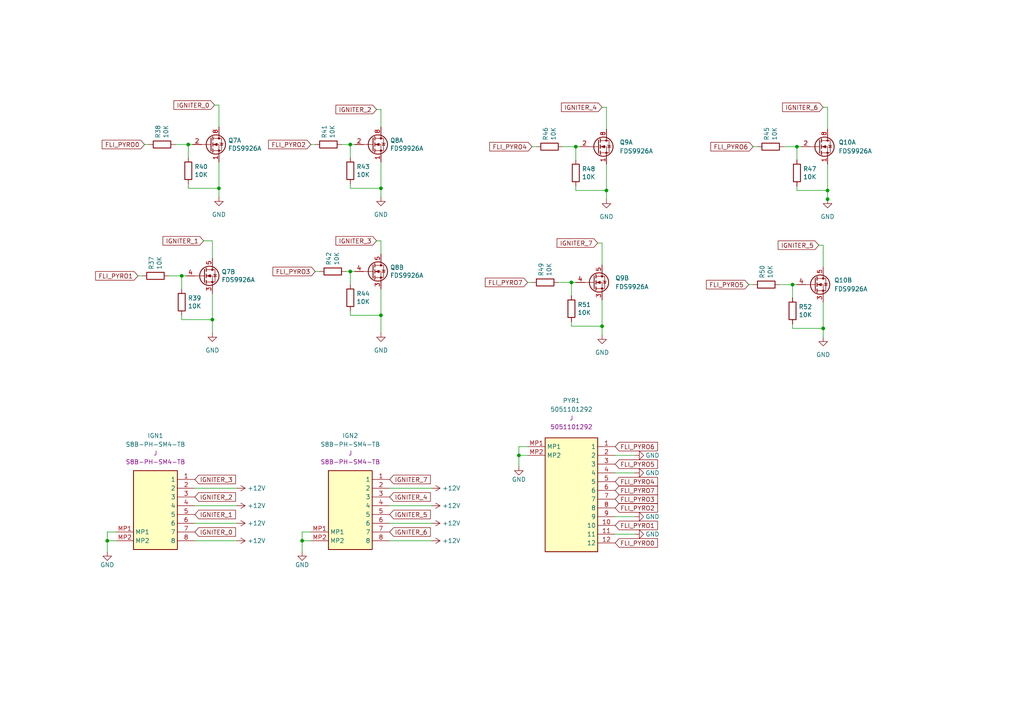
<source format=kicad_sch>
(kicad_sch (version 20211123) (generator eeschema)
  (paper "A4")
  (lib_symbols
    (symbol "5051101292:5051101292"
      (property "Value" "5051101292" (at 0 0 0))
      (property "Reference_1" "J" (at 21.59 7.62 0))
      (property "Value_1" "5051101292" (at 21.59 5.08 0))
      (symbol "5051101292_1_1"
        (rectangle (start 5.08 2.54) (end 20.32 -30.48) (stroke (width 0.254)) (fill (type background)))
        (pin passive line (at 25.4 0 180) (length 5.08) (name "1") (number "1"))
        (pin passive line (at 25.4 -22.86 180) (length 5.08) (name "10") (number "10"))
        (pin passive line (at 25.4 -25.4 180) (length 5.08) (name "11") (number "11"))
        (pin passive line (at 25.4 -27.94 180) (length 5.08) (name "12") (number "12"))
        (pin passive line (at 25.4 -2.54 180) (length 5.08) (name "2") (number "2"))
        (pin passive line (at 25.4 -5.08 180) (length 5.08) (name "3") (number "3"))
        (pin passive line (at 25.4 -7.62 180) (length 5.08) (name "4") (number "4"))
        (pin passive line (at 25.4 -10.16 180) (length 5.08) (name "5") (number "5"))
        (pin passive line (at 25.4 -12.7 180) (length 5.08) (name "6") (number "6"))
        (pin passive line (at 25.4 -15.24 180) (length 5.08) (name "7") (number "7"))
        (pin passive line (at 25.4 -17.78 180) (length 5.08) (name "8") (number "8"))
        (pin passive line (at 25.4 -20.32 180) (length 5.08) (name "9") (number "9"))
        (pin passive line (at 0 0 0) (length 5.08) (name "MP1") (number "MP1"))
        (pin passive line (at 0 -2.54 0) (length 5.08) (name "MP2") (number "MP2"))
      )
    )
    (symbol "Device:R" (pin_numbers hide) (pin_names (offset 0))
      (property "Reference" "R" (at 2.032 0 90))
      (property "Value" "R" (at 0 0 90))
      (symbol "R_0_1"
        (rectangle (start -1.016 -2.54) (end 1.016 2.54) (stroke (width 0.254)))
      )
      (symbol "R_1_1"
        (pin passive line (at 0 3.81 270) (length 1.27) (name "~") (number "1"))
        (pin passive line (at 0 -3.81 90) (length 1.27) (name "~") (number "2"))
      )
    )
    (symbol "S8B-PH-SM4-TB:S8B-PH-SM4-TB"
      (property "Value" "S8B-PH-SM4-TB" (at 0 0 0))
      (property "Reference_1" "J" (at 19.05 7.62 0))
      (property "Value_1" "S8B-PH-SM4-TB" (at 19.05 5.08 0))
      (symbol "S8B-PH-SM4-TB_1_1"
        (rectangle (start 5.08 2.54) (end 17.78 -20.32) (stroke (width 0.254)) (fill (type background)))
        (pin passive line (at 0 -17.78 0) (length 5.08) (name "1") (number "1"))
        (pin passive line (at 0 -15.24 0) (length 5.08) (name "2") (number "2"))
        (pin passive line (at 0 -12.7 0) (length 5.08) (name "3") (number "3"))
        (pin passive line (at 0 -10.16 0) (length 5.08) (name "4") (number "4"))
        (pin passive line (at 0 -7.62 0) (length 5.08) (name "5") (number "5"))
        (pin passive line (at 0 -5.08 0) (length 5.08) (name "6") (number "6"))
        (pin passive line (at 0 -2.54 0) (length 5.08) (name "7") (number "7"))
        (pin passive line (at 0 0 0) (length 5.08) (name "8") (number "8"))
        (pin passive line (at 22.86 -2.54 180) (length 5.08) (name "MP1") (number "MP1"))
        (pin passive line (at 22.86 0 180) (length 5.08) (name "MP2") (number "MP2"))
      )
    )
    (symbol "Transistor_FET:FDS9926A" (pin_names hide)
      (property "Reference" "Q" (at 5.08 1.905 0))
      (property "Value" "FDS9926A" (at 5.08 0 0))
      (symbol "FDS9926A_0_1"
        (polyline (pts (xy 0.254 0) (xy -2.54 0)))
        (polyline (pts (xy 0.254 1.905) (xy 0.254 -1.905)) (stroke (width 0.254)))
        (polyline (pts (xy 0.762 -1.27) (xy 0.762 -2.286)) (stroke (width 0.254)))
        (polyline (pts (xy 0.762 0.508) (xy 0.762 -0.508)) (stroke (width 0.254)))
        (polyline (pts (xy 0.762 2.286) (xy 0.762 1.27)) (stroke (width 0.254)))
        (polyline (pts (xy 2.54 2.54) (xy 2.54 1.778)))
        (polyline (pts (xy 2.54 -2.54) (xy 2.54 0) (xy 0.762 0)))
        (polyline (pts (xy 0.762 -1.778) (xy 3.302 -1.778) (xy 3.302 1.778) (xy 0.762 1.778)))
        (polyline (pts (xy 1.016 0) (xy 2.032 0.381) (xy 2.032 -0.381) (xy 1.016 0)) (fill (type outline)))
        (polyline (pts (xy 2.794 0.508) (xy 2.921 0.381) (xy 3.683 0.381) (xy 3.81 0.254)))
        (polyline (pts (xy 3.302 0.381) (xy 2.921 -0.254) (xy 3.683 -0.254) (xy 3.302 0.381)))
        (circle (center 1.651 0) (radius 2.794) (stroke (width 0.254)))
        (circle (center 2.54 -1.778) (radius 0.254) (fill (type outline)))
        (circle (center 2.54 1.778) (radius 0.254) (fill (type outline)))
      )
      (symbol "FDS9926A_1_1"
        (pin passive line (at 2.54 -5.08 90) (length 2.54) (name "S1") (number "1"))
        (pin passive line (at -5.08 0 0) (length 2.54) (name "G1") (number "2"))
        (pin passive line (at 2.54 5.08 270) (length 2.54) hide (name "D1") (number "7"))
        (pin passive line (at 2.54 5.08 270) (length 2.54) (name "D1") (number "8"))
      )
      (symbol "FDS9926A_2_1"
        (pin passive line (at 2.54 -5.08 90) (length 2.54) (name "S2") (number "3"))
        (pin passive line (at -5.08 0 0) (length 2.54) (name "G2") (number "4"))
        (pin passive line (at 2.54 5.08 270) (length 2.54) (name "D2") (number "5"))
        (pin passive line (at 2.54 5.08 270) (length 2.54) hide (name "D2") (number "6"))
      )
    )
    (symbol "power:+12V" (power) (pin_names (offset 0))
      (property "Value" "+12V" (at 0 3.556 0))
      (symbol "+12V_0_1"
        (polyline (pts (xy -0.762 1.27) (xy 0 2.54)))
        (polyline (pts (xy 0 0) (xy 0 2.54)))
        (polyline (pts (xy 0 2.54) (xy 0.762 1.27)))
      )
      (symbol "+12V_1_1"
        (pin power_in line (at 0 0 90) (length 0) hide (name "+12V") (number "1"))
      )
    )
    (symbol "power:GND" (power) (pin_names (offset 0))
      (property "Value" "GND" (at 0 -3.81 0))
      (symbol "GND_0_1"
        (polyline (pts (xy 0 0) (xy 0 -1.27) (xy 1.27 -1.27) (xy 0 -2.54) (xy -1.27 -1.27) (xy 0 -1.27)))
      )
      (symbol "GND_1_1"
        (pin power_in line (at 0 0 270) (length 0) hide (name "GND") (number "1"))
      )
    )
  )
  (junction (at 240.03 55.245))
  (junction (at 229.87 82.55))
  (junction (at 52.705 80.01))
  (junction (at 101.6 41.91))
  (junction (at 174.625 94.615))
  (junction (at 238.76 95.25))
  (junction (at 31.115 156.845))
  (junction (at 110.49 54.61))
  (junction (at 87.63 156.845))
  (junction (at 54.61 41.91))
  (junction (at 175.895 55.245))
  (junction (at 167.005 42.545))
  (junction (at 150.495 132.08))
  (junction (at 165.735 81.915))
  (junction (at 110.49 91.44))
  (junction (at 61.595 92.71))
  (junction (at 231.14 42.545))
  (junction (at 240.03 57.7739))
  (junction (at 63.5 54.61))
  (junction (at 101.6 78.74))
  (wire (pts (xy 63.5 54.61) (xy 63.5 57.15)))
  (wire (pts (xy 110.49 54.61) (xy 110.49 46.99)))
  (wire (pts (xy 90.17 154.305) (xy 87.63 154.305)))
  (wire (pts (xy 109.22 69.85) (xy 110.49 69.85)))
  (wire (pts (xy 56.515 141.605) (xy 68.58 141.605)))
  (wire (pts (xy 101.6 53.34) (xy 101.6 54.61)))
  (wire (pts (xy 101.6 78.74) (xy 102.87 78.74)))
  (wire (pts (xy 56.515 156.845) (xy 68.58 156.845)))
  (wire (pts (xy 62.23 30.48) (xy 63.5 30.48)))
  (wire (pts (xy 229.87 93.98) (xy 229.87 95.25)))
  (wire (pts (xy 238.76 71.12) (xy 238.76 77.47)))
  (wire (pts (xy 238.76 31.115) (xy 240.03 31.115)))
  (wire (pts (xy 63.5 46.99) (xy 63.5 54.61)))
  (wire (pts (xy 40.005 80.01) (xy 41.275 80.01)))
  (wire (pts (xy 150.495 129.54) (xy 150.495 132.08)))
  (wire (pts (xy 61.595 69.85) (xy 61.595 74.93)))
  (wire (pts (xy 54.61 54.61) (xy 63.5 54.61)))
  (wire (pts (xy 56.515 151.765) (xy 68.58 151.765)))
  (wire (pts (xy 237.49 71.12) (xy 238.76 71.12)))
  (wire (pts (xy 226.06 82.55) (xy 229.87 82.55)))
  (wire (pts (xy 101.6 54.61) (xy 110.49 54.61)))
  (wire (pts (xy 240.03 57.7739) (xy 240.03 57.785)))
  (wire (pts (xy 48.895 80.01) (xy 52.705 80.01)))
  (wire (pts (xy 41.91 41.91) (xy 43.18 41.91)))
  (wire (pts (xy 52.705 92.71) (xy 61.595 92.71)))
  (wire (pts (xy 178.435 149.86) (xy 184.15 149.86)))
  (wire (pts (xy 167.005 42.545) (xy 167.005 46.355)))
  (wire (pts (xy 174.625 94.615) (xy 174.625 97.155)))
  (wire (pts (xy 101.6 78.74) (xy 101.6 82.55)))
  (wire (pts (xy 91.44 78.74) (xy 92.71 78.74)))
  (wire (pts (xy 52.705 80.01) (xy 53.975 80.01)))
  (wire (pts (xy 109.22 31.75) (xy 110.49 31.75)))
  (wire (pts (xy 173.355 70.485) (xy 174.625 70.485)))
  (wire (pts (xy 229.87 82.55) (xy 231.14 82.55)))
  (wire (pts (xy 56.515 146.685) (xy 68.58 146.685)))
  (wire (pts (xy 54.61 41.91) (xy 55.88 41.91)))
  (wire (pts (xy 110.49 69.85) (xy 110.49 73.66)))
  (wire (pts (xy 231.14 42.545) (xy 232.41 42.545)))
  (wire (pts (xy 238.76 87.63) (xy 238.76 95.25)))
  (wire (pts (xy 167.005 55.245) (xy 175.895 55.245)))
  (wire (pts (xy 175.895 55.245) (xy 175.895 57.785)))
  (wire (pts (xy 167.005 53.975) (xy 167.005 55.245)))
  (wire (pts (xy 87.63 154.305) (xy 87.63 156.845)))
  (wire (pts (xy 218.44 42.545) (xy 219.71 42.545)))
  (wire (pts (xy 165.735 81.915) (xy 167.005 81.915)))
  (wire (pts (xy 59.055 69.85) (xy 61.595 69.85)))
  (wire (pts (xy 31.115 154.305) (xy 31.115 156.845)))
  (wire (pts (xy 113.03 156.845) (xy 125.095 156.845)))
  (wire (pts (xy 153.035 132.08) (xy 150.495 132.08)))
  (wire (pts (xy 113.03 141.605) (xy 125.095 141.605)))
  (wire (pts (xy 101.6 41.91) (xy 102.87 41.91)))
  (wire (pts (xy 153.035 129.54) (xy 150.495 129.54)))
  (wire (pts (xy 231.14 42.545) (xy 231.14 46.355)))
  (wire (pts (xy 154.305 42.545) (xy 155.575 42.545)))
  (wire (pts (xy 33.655 156.845) (xy 31.115 156.845)))
  (wire (pts (xy 113.03 151.765) (xy 125.095 151.765)))
  (wire (pts (xy 231.14 55.245) (xy 240.03 55.245)))
  (wire (pts (xy 87.63 156.845) (xy 87.63 160.02)))
  (wire (pts (xy 61.595 92.71) (xy 61.595 96.52)))
  (wire (pts (xy 90.17 156.845) (xy 87.63 156.845)))
  (wire (pts (xy 238.76 95.25) (xy 238.76 97.79)))
  (wire (pts (xy 178.435 132.08) (xy 184.15 132.08)))
  (wire (pts (xy 52.705 91.44) (xy 52.705 92.71)))
  (wire (pts (xy 33.655 154.305) (xy 31.115 154.305)))
  (wire (pts (xy 178.435 137.16) (xy 184.15 137.16)))
  (wire (pts (xy 99.06 41.91) (xy 101.6 41.91)))
  (wire (pts (xy 231.14 53.975) (xy 231.14 55.245)))
  (wire (pts (xy 63.5 30.48) (xy 63.5 36.83)))
  (wire (pts (xy 174.625 70.485) (xy 174.625 76.835)))
  (wire (pts (xy 165.735 93.345) (xy 165.735 94.615)))
  (wire (pts (xy 61.595 85.09) (xy 61.595 92.71)))
  (wire (pts (xy 52.705 80.01) (xy 52.705 83.82)))
  (wire (pts (xy 50.8 41.91) (xy 54.61 41.91)))
  (wire (pts (xy 229.87 82.55) (xy 229.87 86.36)))
  (wire (pts (xy 174.625 31.115) (xy 175.895 31.115)))
  (wire (pts (xy 110.49 91.44) (xy 110.49 83.82)))
  (wire (pts (xy 217.17 82.55) (xy 218.44 82.55)))
  (wire (pts (xy 165.735 94.615) (xy 174.625 94.615)))
  (wire (pts (xy 227.33 42.545) (xy 231.14 42.545)))
  (wire (pts (xy 240.03 31.115) (xy 240.03 37.465)))
  (wire (pts (xy 167.005 42.545) (xy 168.275 42.545)))
  (wire (pts (xy 31.115 156.845) (xy 31.115 160.02)))
  (wire (pts (xy 175.895 31.115) (xy 175.895 37.465)))
  (wire (pts (xy 153.035 81.915) (xy 154.305 81.915)))
  (wire (pts (xy 110.49 91.44) (xy 110.49 96.52)))
  (wire (pts (xy 175.895 47.625) (xy 175.895 55.245)))
  (wire (pts (xy 113.03 146.685) (xy 125.095 146.685)))
  (wire (pts (xy 240.03 47.625) (xy 240.03 55.245)))
  (wire (pts (xy 178.435 154.94) (xy 184.15 154.94)))
  (wire (pts (xy 229.87 95.25) (xy 238.76 95.25)))
  (wire (pts (xy 240.03 55.245) (xy 240.03 57.7739)))
  (wire (pts (xy 110.49 54.61) (xy 110.49 57.15)))
  (wire (pts (xy 150.495 132.08) (xy 150.495 135.255)))
  (wire (pts (xy 174.625 86.995) (xy 174.625 94.615)))
  (wire (pts (xy 54.61 41.91) (xy 54.61 45.72)))
  (wire (pts (xy 90.17 41.91) (xy 91.44 41.91)))
  (wire (pts (xy 165.735 81.915) (xy 165.735 85.725)))
  (wire (pts (xy 163.195 42.545) (xy 167.005 42.545)))
  (wire (pts (xy 101.6 91.44) (xy 110.49 91.44)))
  (wire (pts (xy 100.33 78.74) (xy 101.6 78.74)))
  (wire (pts (xy 161.925 81.915) (xy 165.735 81.915)))
  (wire (pts (xy 54.61 53.34) (xy 54.61 54.61)))
  (wire (pts (xy 110.49 31.75) (xy 110.49 36.83)))
  (wire (pts (xy 101.6 41.91) (xy 101.6 45.72)))
  (wire (pts (xy 101.6 90.17) (xy 101.6 91.44)))
  (global_label "IGNITER_1" (shape input) (at 59.055 69.85 180) (property "Intersheet References" "${INTERSHEET_REFS}" (effects hide)))
  (global_label "FLI_PYRO1" (shape input) (at 40.005 80.01 180) (property "Intersheet References" "${INTERSHEET_REFS}" (effects hide)))
  (global_label "IGNITER_0" (shape input) (at 56.515 154.305 0) (property "Intersheet References" "${INTERSHEET_REFS}" (effects hide)))
  (global_label "FLI_PYRO3" (shape input) (at 91.44 78.74 180) (property "Intersheet References" "${INTERSHEET_REFS}" (effects hide)))
  (global_label "IGNITER_7" (shape input) (at 113.03 139.065 0) (property "Intersheet References" "${INTERSHEET_REFS}" (effects hide)))
  (global_label "FLI_PYRO3" (shape input) (at 178.435 144.78 0) (property "Intersheet References" "${INTERSHEET_REFS}" (effects hide)))
  (global_label "FLI_PYRO7" (shape input) (at 178.435 142.24 0) (property "Intersheet References" "${INTERSHEET_REFS}" (effects hide)))
  (global_label "IGNITER_0" (shape input) (at 62.23 30.48 180) (property "Intersheet References" "${INTERSHEET_REFS}" (effects hide)))
  (global_label "IGNITER_1" (shape input) (at 56.515 149.225 0) (property "Intersheet References" "${INTERSHEET_REFS}" (effects hide)))
  (global_label "FLI_PYRO5" (shape input) (at 217.17 82.55 180) (property "Intersheet References" "${INTERSHEET_REFS}" (effects hide)))
  (global_label "IGNITER_6" (shape input) (at 238.76 31.115 180) (property "Intersheet References" "${INTERSHEET_REFS}" (effects hide)))
  (global_label "IGNITER_4" (shape input) (at 113.03 144.145 0) (property "Intersheet References" "${INTERSHEET_REFS}" (effects hide)))
  (global_label "FLI_PYRO4" (shape input) (at 178.435 139.7 0) (property "Intersheet References" "${INTERSHEET_REFS}" (effects hide)))
  (global_label "IGNITER_7" (shape input) (at 173.355 70.485 180) (property "Intersheet References" "${INTERSHEET_REFS}" (effects hide)))
  (global_label "FLI_PYRO6" (shape input) (at 218.44 42.545 180) (property "Intersheet References" "${INTERSHEET_REFS}" (effects hide)))
  (global_label "IGNITER_6" (shape input) (at 113.03 154.305 0) (property "Intersheet References" "${INTERSHEET_REFS}" (effects hide)))
  (global_label "IGNITER_2" (shape input) (at 56.515 144.145 0) (property "Intersheet References" "${INTERSHEET_REFS}" (effects hide)))
  (global_label "IGNITER_5" (shape input) (at 237.49 71.12 180) (property "Intersheet References" "${INTERSHEET_REFS}" (effects hide)))
  (global_label "IGNITER_4" (shape input) (at 174.625 31.115 180) (property "Intersheet References" "${INTERSHEET_REFS}" (effects hide)))
  (global_label "IGNITER_3" (shape input) (at 109.22 69.85 180) (property "Intersheet References" "${INTERSHEET_REFS}" (effects hide)))
  (global_label "FLI_PYRO2" (shape input) (at 90.17 41.91 180) (property "Intersheet References" "${INTERSHEET_REFS}" (effects hide)))
  (global_label "FLI_PYRO6" (shape input) (at 178.435 129.54 0) (property "Intersheet References" "${INTERSHEET_REFS}" (effects hide)))
  (global_label "IGNITER_3" (shape input) (at 56.515 139.065 0) (property "Intersheet References" "${INTERSHEET_REFS}" (effects hide)))
  (global_label "IGNITER_2" (shape input) (at 109.22 31.75 180) (property "Intersheet References" "${INTERSHEET_REFS}" (effects hide)))
  (global_label "FLI_PYRO0" (shape input) (at 178.435 157.48 0) (property "Intersheet References" "${INTERSHEET_REFS}" (effects hide)))
  (global_label "FLI_PYRO5" (shape input) (at 178.435 134.62 0) (property "Intersheet References" "${INTERSHEET_REFS}" (effects hide)))
  (global_label "FLI_PYRO7" (shape input) (at 153.035 81.915 180) (property "Intersheet References" "${INTERSHEET_REFS}" (effects hide)))
  (global_label "FLI_PYRO1" (shape input) (at 178.435 152.4 0) (property "Intersheet References" "${INTERSHEET_REFS}" (effects hide)))
  (global_label "FLI_PYRO0" (shape input) (at 41.91 41.91 180) (property "Intersheet References" "${INTERSHEET_REFS}" (effects hide)))
  (global_label "FLI_PYRO2" (shape input) (at 178.435 147.32 0) (property "Intersheet References" "${INTERSHEET_REFS}" (effects hide)))
  (global_label "FLI_PYRO4" (shape input) (at 154.305 42.545 180) (property "Intersheet References" "${INTERSHEET_REFS}" (effects hide)))
  (global_label "IGNITER_5" (shape input) (at 113.03 149.225 0) (property "Intersheet References" "${INTERSHEET_REFS}" (effects hide)))
  (symbol (lib_id "power:GND") (at 61.595 96.52 0) (unit 1)
    (property "Reference" "#PWR079" (effects hide))
    (property "Value" "GND" (at 61.595 101.6 0))
  )
  (symbol (lib_id "5051101292:5051101292") (at 153.035 129.54 0) (unit 1)
    (property "Reference" "PYR1" (at 165.735 116.205 0))
    (property "Value" "5051101292" (at 165.735 118.745 0))
    (property "Footprint" "FFC_12P_Connector:5051101292" (effects hide))
    (property "Reference_1" "J" (at 165.735 121.285 0))
    (property "Value_1" "5051101292" (at 165.735 123.825 0))
    (property "Footprint_1" "5051101292" (effects hide))
    (property "Datasheet_1" "https://www.molex.com/pdm_docs/sd/5051101292_sd.pdf" (effects hide))
    (property "Height" "2.1" (effects hide))
    (property "Manufacturer_Name" "Molex" (effects hide))
    (property "Manufacturer_Part_Number" "5051101292" (effects hide))
    (property "Arrow Part Number" "5051101292" (effects hide))
    (property "Arrow Price/Stock" "https://www.arrow.com/en/products/505110-1292/molex?region=nac" (effects hide))
  )
  (symbol (lib_id "power:GND") (at 184.15 149.86 90) (unit 1)
    (property "Reference" "#PWR077" (effects hide))
    (property "Value" "GND" (at 189.23 149.86 90))
  )
  (symbol (lib_id "power:GND") (at 110.49 96.52 0) (unit 1)
    (property "Reference" "#PWR082" (effects hide))
    (property "Value" "GND" (at 110.49 101.6 0))
  )
  (symbol (lib_id "S8B-PH-SM4-TB:S8B-PH-SM4-TB") (at 56.515 156.845 180) (unit 1)
    (property "Reference" "IGN1" (at 45.085 126.365 0))
    (property "Value" "S8B-PH-SM4-TB" (at 45.085 128.905 0))
    (property "Footprint" "JST_S8B-PH-SM4-TB:S8BPHSM4TB" (effects hide))
    (property "Reference_1" "J" (at 45.085 131.445 0))
    (property "Value_1" "S8B-PH-SM4-TB" (at 45.085 133.985 0))
    (property "Footprint_1" "S8BPHSM4TB" (effects hide))
    (property "Height" "5.5" (effects hide))
    (property "Manufacturer_Name" "JST (JAPAN SOLDERLESS TERMINALS)" (effects hide))
    (property "Manufacturer_Part_Number" "S8B-PH-SM4-TB" (effects hide))
  )
  (symbol (lib_id "power:GND") (at 184.15 137.16 90) (unit 1)
    (property "Reference" "#PWR076" (effects hide))
    (property "Value" "GND" (at 189.23 137.16 90))
  )
  (symbol (lib_id "power:+12V") (at 125.095 151.765 270) (unit 1)
    (property "Reference" "#PWR0107" (effects hide))
    (property "Value" "+12V" (at 128.27 151.7649 90) (effects (justify left)))
  )
  (symbol (lib_id "Device:R") (at 95.25 41.91 90) (unit 1)
    (property "Reference" "R41" (at 94.0816 40.132 0) (effects (justify left)))
    (property "Value" "10K" (at 96.393 40.132 0) (effects (justify left)))
    (property "Footprint" "Resistor_SMD:R_0402_1005Metric" (effects hide))
  )
  (symbol (lib_id "Transistor_FET:FDS9926A") (at 60.96 41.91 0) (unit 1)
    (property "Reference" "Q7" (at 66.1416 40.7416 0) (effects (justify left)))
    (property "Value" "FDS9926A" (at 66.1416 43.053 0) (effects (justify left)))
    (property "Footprint" "Package_SO:SOIC-8_3.9x4.9mm_P1.27mm" (effects hide))
    (property "Datasheet" "https://www.onsemi.com/pub/Collateral/FDS9926A-D.pdf" (effects hide))
  )
  (symbol (lib_id "power:+12V") (at 125.095 156.845 270) (unit 1)
    (property "Reference" "#PWR089" (effects hide))
    (property "Value" "+12V" (at 128.27 156.8449 90) (effects (justify left)))
  )
  (symbol (lib_id "Transistor_FET:FDS9926A") (at 59.055 80.01 0) (unit 2)
    (property "Reference" "Q7" (at 64.2366 78.8416 0) (effects (justify left)))
    (property "Value" "FDS9926A" (at 64.2366 81.153 0) (effects (justify left)))
    (property "Footprint" "Package_SO:SOIC-8_3.9x4.9mm_P1.27mm" (effects hide))
    (property "Datasheet" "https://www.onsemi.com/pub/Collateral/FDS9926A-D.pdf" (effects hide))
  )
  (symbol (lib_id "power:+12V") (at 125.095 141.605 270) (unit 1)
    (property "Reference" "#PWR0102" (effects hide))
    (property "Value" "+12V" (at 128.27 141.6049 90) (effects (justify left)))
  )
  (symbol (lib_id "power:GND") (at 238.76 97.79 0) (unit 1)
    (property "Reference" "#PWR086" (effects hide))
    (property "Value" "GND" (at 238.76 102.87 0))
  )
  (symbol (lib_id "Transistor_FET:FDS9926A") (at 237.49 42.545 0) (unit 1)
    (property "Reference" "Q10" (at 243.205 41.2749 0) (effects (justify left)))
    (property "Value" "FDS9926A" (at 243.205 43.8149 0) (effects (justify left)))
    (property "Footprint" "Package_SO:SOIC-8_3.9x4.9mm_P1.27mm" (effects hide))
    (property "Datasheet" "https://www.onsemi.com/pub/Collateral/FDS9926A-D.pdf" (effects hide))
  )
  (symbol (lib_id "Device:R") (at 159.385 42.545 90) (unit 1)
    (property "Reference" "R46" (at 158.2166 40.767 0) (effects (justify left)))
    (property "Value" "10K" (at 160.528 40.767 0) (effects (justify left)))
    (property "Footprint" "Resistor_SMD:R_0402_1005Metric" (effects hide))
  )
  (symbol (lib_id "power:GND") (at 150.495 135.255 0) (unit 1)
    (property "Reference" "#PWR074" (effects hide))
    (property "Value" "GND" (at 150.495 139.065 0))
  )
  (symbol (lib_id "Transistor_FET:FDS9926A") (at 107.95 41.91 0) (unit 1)
    (property "Reference" "Q8" (at 113.1316 40.7416 0) (effects (justify left)))
    (property "Value" "FDS9926A" (at 113.1316 43.053 0) (effects (justify left)))
    (property "Footprint" "Package_SO:SOIC-8_3.9x4.9mm_P1.27mm" (effects hide))
    (property "Datasheet" "https://www.onsemi.com/pub/Collateral/FDS9926A-D.pdf" (effects hide))
  )
  (symbol (lib_id "power:GND") (at 110.49 57.15 0) (unit 1)
    (property "Reference" "#PWR081" (effects hide))
    (property "Value" "GND" (at 110.49 62.23 0))
  )
  (symbol (lib_id "Device:R") (at 101.6 86.36 0) (unit 1)
    (property "Reference" "R44" (at 103.378 85.1916 0) (effects (justify left)))
    (property "Value" "10K" (at 103.378 87.503 0) (effects (justify left)))
    (property "Footprint" "Resistor_SMD:R_0402_1005Metric" (effects hide))
  )
  (symbol (lib_id "Device:R") (at 231.14 50.165 0) (unit 1)
    (property "Reference" "R47" (at 232.918 48.9966 0) (effects (justify left)))
    (property "Value" "10K" (at 232.918 51.308 0) (effects (justify left)))
    (property "Footprint" "Resistor_SMD:R_0402_1005Metric" (effects hide))
  )
  (symbol (lib_id "Device:R") (at 223.52 42.545 90) (unit 1)
    (property "Reference" "R45" (at 222.3516 40.767 0) (effects (justify left)))
    (property "Value" "10K" (at 224.663 40.767 0) (effects (justify left)))
    (property "Footprint" "Resistor_SMD:R_0402_1005Metric" (effects hide))
  )
  (symbol (lib_id "Transistor_FET:FDS9926A") (at 172.085 81.915 0) (unit 2)
    (property "Reference" "Q9" (at 178.435 80.6449 0) (effects (justify left)))
    (property "Value" "FDS9926A" (at 178.435 83.1849 0) (effects (justify left)))
    (property "Footprint" "Package_SO:SOIC-8_3.9x4.9mm_P1.27mm" (effects hide))
    (property "Datasheet" "https://www.onsemi.com/pub/Collateral/FDS9926A-D.pdf" (effects hide))
  )
  (symbol (lib_id "Device:R") (at 222.25 82.55 90) (unit 1)
    (property "Reference" "R50" (at 221.0816 80.772 0) (effects (justify left)))
    (property "Value" "10K" (at 223.393 80.772 0) (effects (justify left)))
    (property "Footprint" "Resistor_SMD:R_0402_1005Metric" (effects hide))
  )
  (symbol (lib_id "power:+12V") (at 68.58 151.765 270) (unit 1)
    (property "Reference" "#PWR0104" (effects hide))
    (property "Value" "+12V" (at 71.755 151.7649 90) (effects (justify left)))
  )
  (symbol (lib_id "power:GND") (at 184.15 154.94 90) (unit 1)
    (property "Reference" "#PWR078" (effects hide))
    (property "Value" "GND" (at 189.23 154.94 90))
  )
  (symbol (lib_id "Transistor_FET:FDS9926A") (at 236.22 82.55 0) (unit 2)
    (property "Reference" "Q10" (at 241.935 81.2799 0) (effects (justify left)))
    (property "Value" "FDS9926A" (at 241.935 83.8199 0) (effects (justify left)))
    (property "Footprint" "Package_SO:SOIC-8_3.9x4.9mm_P1.27mm" (effects hide))
    (property "Datasheet" "https://www.onsemi.com/pub/Collateral/FDS9926A-D.pdf" (effects hide))
  )
  (symbol (lib_id "power:+12V") (at 125.095 146.685 270) (unit 1)
    (property "Reference" "#PWR0101" (effects hide))
    (property "Value" "+12V" (at 128.27 146.6849 90) (effects (justify left)))
  )
  (symbol (lib_id "Device:R") (at 54.61 49.53 0) (unit 1)
    (property "Reference" "R40" (at 56.388 48.3616 0) (effects (justify left)))
    (property "Value" "10K" (at 56.388 50.673 0) (effects (justify left)))
    (property "Footprint" "Resistor_SMD:R_0402_1005Metric" (effects hide))
  )
  (symbol (lib_id "power:GND") (at 87.63 160.02 0) (unit 1)
    (property "Reference" "#PWR088" (effects hide))
    (property "Value" "GND" (at 87.63 163.83 0))
  )
  (symbol (lib_id "power:+12V") (at 68.58 146.685 270) (unit 1)
    (property "Reference" "#PWR0105" (effects hide))
    (property "Value" "+12V" (at 71.755 146.6849 90) (effects (justify left)))
  )
  (symbol (lib_id "Device:R") (at 101.6 49.53 0) (unit 1)
    (property "Reference" "R43" (at 103.378 48.3616 0) (effects (justify left)))
    (property "Value" "10K" (at 103.378 50.673 0) (effects (justify left)))
    (property "Footprint" "Resistor_SMD:R_0402_1005Metric" (effects hide))
  )
  (symbol (lib_id "S8B-PH-SM4-TB:S8B-PH-SM4-TB") (at 113.03 156.845 180) (unit 1)
    (property "Reference" "IGN2" (at 101.6 126.365 0))
    (property "Value" "S8B-PH-SM4-TB" (at 101.6 128.905 0))
    (property "Footprint" "JST_S8B-PH-SM4-TB:S8BPHSM4TB" (effects hide))
    (property "Reference_1" "J" (at 101.6 131.445 0))
    (property "Value_1" "S8B-PH-SM4-TB" (at 101.6 133.985 0))
    (property "Footprint_1" "S8BPHSM4TB" (effects hide))
    (property "Height" "5.5" (effects hide))
    (property "Manufacturer_Name" "JST (JAPAN SOLDERLESS TERMINALS)" (effects hide))
    (property "Manufacturer_Part_Number" "S8B-PH-SM4-TB" (effects hide))
  )
  (symbol (lib_id "power:GND") (at 31.115 160.02 0) (unit 1)
    (property "Reference" "#PWR087" (effects hide))
    (property "Value" "GND" (at 31.115 163.83 0))
  )
  (symbol (lib_id "power:GND") (at 175.895 57.785 0) (unit 1)
    (property "Reference" "#PWR084" (effects hide))
    (property "Value" "GND" (at 175.895 62.865 0))
  )
  (symbol (lib_id "power:GND") (at 174.625 97.155 0) (unit 1)
    (property "Reference" "#PWR085" (effects hide))
    (property "Value" "GND" (at 174.625 102.235 0))
  )
  (symbol (lib_id "Device:R") (at 229.87 90.17 0) (unit 1)
    (property "Reference" "R52" (at 231.648 89.0016 0) (effects (justify left)))
    (property "Value" "10K" (at 231.648 91.313 0) (effects (justify left)))
    (property "Footprint" "Resistor_SMD:R_0402_1005Metric" (effects hide))
  )
  (symbol (lib_id "Device:R") (at 165.735 89.535 0) (unit 1)
    (property "Reference" "R51" (at 167.513 88.3666 0) (effects (justify left)))
    (property "Value" "10K" (at 167.513 90.678 0) (effects (justify left)))
    (property "Footprint" "Resistor_SMD:R_0402_1005Metric" (effects hide))
  )
  (symbol (lib_id "Device:R") (at 46.99 41.91 90) (unit 1)
    (property "Reference" "R38" (at 45.8216 40.132 0) (effects (justify left)))
    (property "Value" "10K" (at 48.133 40.132 0) (effects (justify left)))
    (property "Footprint" "Resistor_SMD:R_0402_1005Metric" (effects hide))
  )
  (symbol (lib_id "Device:R") (at 158.115 81.915 90) (unit 1)
    (property "Reference" "R49" (at 156.9466 80.137 0) (effects (justify left)))
    (property "Value" "10K" (at 159.258 80.137 0) (effects (justify left)))
    (property "Footprint" "Resistor_SMD:R_0402_1005Metric" (effects hide))
  )
  (symbol (lib_id "Device:R") (at 52.705 87.63 0) (unit 1)
    (property "Reference" "R39" (at 54.483 86.4616 0) (effects (justify left)))
    (property "Value" "10K" (at 54.483 88.773 0) (effects (justify left)))
    (property "Footprint" "Resistor_SMD:R_0402_1005Metric" (effects hide))
  )
  (symbol (lib_id "Device:R") (at 45.085 80.01 90) (unit 1)
    (property "Reference" "R37" (at 43.9166 78.232 0) (effects (justify left)))
    (property "Value" "10K" (at 46.228 78.232 0) (effects (justify left)))
    (property "Footprint" "Resistor_SMD:R_0402_1005Metric" (effects hide))
  )
  (symbol (lib_id "power:+12V") (at 68.58 156.845 270) (unit 1)
    (property "Reference" "#PWR0103" (effects hide))
    (property "Value" "+12V" (at 71.755 156.8449 90) (effects (justify left)))
  )
  (symbol (lib_id "Transistor_FET:FDS9926A") (at 173.355 42.545 0) (unit 1)
    (property "Reference" "Q9" (at 179.705 41.2749 0) (effects (justify left)))
    (property "Value" "FDS9926A" (at 179.705 43.8149 0) (effects (justify left)))
    (property "Footprint" "Package_SO:SOIC-8_3.9x4.9mm_P1.27mm" (effects hide))
    (property "Datasheet" "https://www.onsemi.com/pub/Collateral/FDS9926A-D.pdf" (effects hide))
  )
  (symbol (lib_id "Device:R") (at 167.005 50.165 0) (unit 1)
    (property "Reference" "R48" (at 168.783 48.9966 0) (effects (justify left)))
    (property "Value" "10K" (at 168.783 51.308 0) (effects (justify left)))
    (property "Footprint" "Resistor_SMD:R_0402_1005Metric" (effects hide))
  )
  (symbol (lib_id "power:GND") (at 240.03 57.7739 0) (unit 1)
    (property "Reference" "#PWR083" (effects hide))
    (property "Value" "GND" (at 240.03 62.8539 0))
  )
  (symbol (lib_id "power:GND") (at 63.5 57.15 0) (unit 1)
    (property "Reference" "#PWR080" (effects hide))
    (property "Value" "GND" (at 63.5 62.23 0))
  )
  (symbol (lib_id "power:GND") (at 184.15 132.08 90) (unit 1)
    (property "Reference" "#PWR075" (effects hide))
    (property "Value" "GND" (at 189.23 132.08 90))
  )
  (symbol (lib_id "Transistor_FET:FDS9926A") (at 107.95 78.74 0) (unit 2)
    (property "Reference" "Q8" (at 113.1316 77.5716 0) (effects (justify left)))
    (property "Value" "FDS9926A" (at 113.1316 79.883 0) (effects (justify left)))
    (property "Footprint" "Package_SO:SOIC-8_3.9x4.9mm_P1.27mm" (effects hide))
    (property "Datasheet" "https://www.onsemi.com/pub/Collateral/FDS9926A-D.pdf" (effects hide))
  )
  (symbol (lib_id "Device:R") (at 96.52 78.74 90) (unit 1)
    (property "Reference" "R42" (at 95.3516 76.962 0) (effects (justify left)))
    (property "Value" "10K" (at 97.663 76.962 0) (effects (justify left)))
    (property "Footprint" "Resistor_SMD:R_0402_1005Metric" (effects hide))
  )
  (symbol (lib_id "power:+12V") (at 68.58 141.605 270) (unit 1)
    (property "Reference" "#PWR0106" (effects hide))
    (property "Value" "+12V" (at 71.755 141.6049 90) (effects (justify left)))
  )
)
</source>
